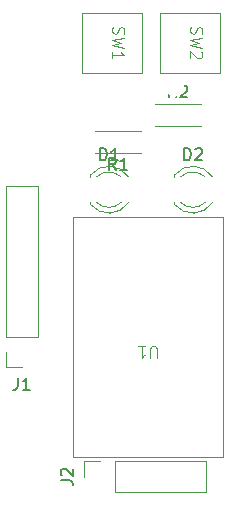
<source format=gbr>
%TF.GenerationSoftware,KiCad,Pcbnew,8.0.5*%
%TF.CreationDate,2024-10-30T18:10:09+09:00*%
%TF.ProjectId,BD,42442e6b-6963-4616-945f-706362585858,rev?*%
%TF.SameCoordinates,Original*%
%TF.FileFunction,Legend,Top*%
%TF.FilePolarity,Positive*%
%FSLAX46Y46*%
G04 Gerber Fmt 4.6, Leading zero omitted, Abs format (unit mm)*
G04 Created by KiCad (PCBNEW 8.0.5) date 2024-10-30 18:10:09*
%MOMM*%
%LPD*%
G01*
G04 APERTURE LIST*
G04 Aperture macros list*
%AMRoundRect*
0 Rectangle with rounded corners*
0 $1 Rounding radius*
0 $2 $3 $4 $5 $6 $7 $8 $9 X,Y pos of 4 corners*
0 Add a 4 corners polygon primitive as box body*
4,1,4,$2,$3,$4,$5,$6,$7,$8,$9,$2,$3,0*
0 Add four circle primitives for the rounded corners*
1,1,$1+$1,$2,$3*
1,1,$1+$1,$4,$5*
1,1,$1+$1,$6,$7*
1,1,$1+$1,$8,$9*
0 Add four rect primitives between the rounded corners*
20,1,$1+$1,$2,$3,$4,$5,0*
20,1,$1+$1,$4,$5,$6,$7,0*
20,1,$1+$1,$6,$7,$8,$9,0*
20,1,$1+$1,$8,$9,$2,$3,0*%
G04 Aperture macros list end*
%ADD10C,0.150000*%
%ADD11C,0.100000*%
%ADD12C,0.120000*%
%ADD13C,1.400000*%
%ADD14O,1.400000X1.400000*%
%ADD15R,1.700000X1.700000*%
%ADD16O,1.700000X1.700000*%
%ADD17R,1.800000X1.800000*%
%ADD18C,1.800000*%
%ADD19C,1.524000*%
%ADD20R,3.500000X3.500000*%
%ADD21RoundRect,0.750000X-1.000000X0.750000X-1.000000X-0.750000X1.000000X-0.750000X1.000000X0.750000X0*%
%ADD22RoundRect,0.875000X-0.875000X0.875000X-0.875000X-0.875000X0.875000X-0.875000X0.875000X0.875000X0*%
%ADD23R,1.600000X1.600000*%
%ADD24O,1.600000X1.600000*%
G04 APERTURE END LIST*
D10*
X39144833Y-45874819D02*
X38811500Y-45398628D01*
X38573405Y-45874819D02*
X38573405Y-44874819D01*
X38573405Y-44874819D02*
X38954357Y-44874819D01*
X38954357Y-44874819D02*
X39049595Y-44922438D01*
X39049595Y-44922438D02*
X39097214Y-44970057D01*
X39097214Y-44970057D02*
X39144833Y-45065295D01*
X39144833Y-45065295D02*
X39144833Y-45208152D01*
X39144833Y-45208152D02*
X39097214Y-45303390D01*
X39097214Y-45303390D02*
X39049595Y-45351009D01*
X39049595Y-45351009D02*
X38954357Y-45398628D01*
X38954357Y-45398628D02*
X38573405Y-45398628D01*
X39525786Y-44970057D02*
X39573405Y-44922438D01*
X39573405Y-44922438D02*
X39668643Y-44874819D01*
X39668643Y-44874819D02*
X39906738Y-44874819D01*
X39906738Y-44874819D02*
X40001976Y-44922438D01*
X40001976Y-44922438D02*
X40049595Y-44970057D01*
X40049595Y-44970057D02*
X40097214Y-45065295D01*
X40097214Y-45065295D02*
X40097214Y-45160533D01*
X40097214Y-45160533D02*
X40049595Y-45303390D01*
X40049595Y-45303390D02*
X39478167Y-45874819D01*
X39478167Y-45874819D02*
X40097214Y-45874819D01*
X29402319Y-78311333D02*
X30116604Y-78311333D01*
X30116604Y-78311333D02*
X30259461Y-78358952D01*
X30259461Y-78358952D02*
X30354700Y-78454190D01*
X30354700Y-78454190D02*
X30402319Y-78597047D01*
X30402319Y-78597047D02*
X30402319Y-78692285D01*
X29497557Y-77882761D02*
X29449938Y-77835142D01*
X29449938Y-77835142D02*
X29402319Y-77739904D01*
X29402319Y-77739904D02*
X29402319Y-77501809D01*
X29402319Y-77501809D02*
X29449938Y-77406571D01*
X29449938Y-77406571D02*
X29497557Y-77358952D01*
X29497557Y-77358952D02*
X29592795Y-77311333D01*
X29592795Y-77311333D02*
X29688033Y-77311333D01*
X29688033Y-77311333D02*
X29830890Y-77358952D01*
X29830890Y-77358952D02*
X30402319Y-77930380D01*
X30402319Y-77930380D02*
X30402319Y-77311333D01*
X32726405Y-51184819D02*
X32726405Y-50184819D01*
X32726405Y-50184819D02*
X32964500Y-50184819D01*
X32964500Y-50184819D02*
X33107357Y-50232438D01*
X33107357Y-50232438D02*
X33202595Y-50327676D01*
X33202595Y-50327676D02*
X33250214Y-50422914D01*
X33250214Y-50422914D02*
X33297833Y-50613390D01*
X33297833Y-50613390D02*
X33297833Y-50756247D01*
X33297833Y-50756247D02*
X33250214Y-50946723D01*
X33250214Y-50946723D02*
X33202595Y-51041961D01*
X33202595Y-51041961D02*
X33107357Y-51137200D01*
X33107357Y-51137200D02*
X32964500Y-51184819D01*
X32964500Y-51184819D02*
X32726405Y-51184819D01*
X34250214Y-51184819D02*
X33678786Y-51184819D01*
X33964500Y-51184819D02*
X33964500Y-50184819D01*
X33964500Y-50184819D02*
X33869262Y-50327676D01*
X33869262Y-50327676D02*
X33774024Y-50422914D01*
X33774024Y-50422914D02*
X33678786Y-50470533D01*
D11*
X33813700Y-39910667D02*
X33766080Y-40053524D01*
X33766080Y-40053524D02*
X33766080Y-40291619D01*
X33766080Y-40291619D02*
X33813700Y-40386857D01*
X33813700Y-40386857D02*
X33861319Y-40434476D01*
X33861319Y-40434476D02*
X33956557Y-40482095D01*
X33956557Y-40482095D02*
X34051795Y-40482095D01*
X34051795Y-40482095D02*
X34147033Y-40434476D01*
X34147033Y-40434476D02*
X34194652Y-40386857D01*
X34194652Y-40386857D02*
X34242271Y-40291619D01*
X34242271Y-40291619D02*
X34289890Y-40101143D01*
X34289890Y-40101143D02*
X34337509Y-40005905D01*
X34337509Y-40005905D02*
X34385128Y-39958286D01*
X34385128Y-39958286D02*
X34480366Y-39910667D01*
X34480366Y-39910667D02*
X34575604Y-39910667D01*
X34575604Y-39910667D02*
X34670842Y-39958286D01*
X34670842Y-39958286D02*
X34718461Y-40005905D01*
X34718461Y-40005905D02*
X34766080Y-40101143D01*
X34766080Y-40101143D02*
X34766080Y-40339238D01*
X34766080Y-40339238D02*
X34718461Y-40482095D01*
X34766080Y-40815429D02*
X33766080Y-41053524D01*
X33766080Y-41053524D02*
X34480366Y-41244000D01*
X34480366Y-41244000D02*
X33766080Y-41434476D01*
X33766080Y-41434476D02*
X34766080Y-41672572D01*
X33766080Y-42577333D02*
X33766080Y-42005905D01*
X33766080Y-42291619D02*
X34766080Y-42291619D01*
X34766080Y-42291619D02*
X34623223Y-42196381D01*
X34623223Y-42196381D02*
X34527985Y-42101143D01*
X34527985Y-42101143D02*
X34480366Y-42005905D01*
D10*
X34064833Y-52000819D02*
X33731500Y-51524628D01*
X33493405Y-52000819D02*
X33493405Y-51000819D01*
X33493405Y-51000819D02*
X33874357Y-51000819D01*
X33874357Y-51000819D02*
X33969595Y-51048438D01*
X33969595Y-51048438D02*
X34017214Y-51096057D01*
X34017214Y-51096057D02*
X34064833Y-51191295D01*
X34064833Y-51191295D02*
X34064833Y-51334152D01*
X34064833Y-51334152D02*
X34017214Y-51429390D01*
X34017214Y-51429390D02*
X33969595Y-51477009D01*
X33969595Y-51477009D02*
X33874357Y-51524628D01*
X33874357Y-51524628D02*
X33493405Y-51524628D01*
X35017214Y-52000819D02*
X34445786Y-52000819D01*
X34731500Y-52000819D02*
X34731500Y-51000819D01*
X34731500Y-51000819D02*
X34636262Y-51143676D01*
X34636262Y-51143676D02*
X34541024Y-51238914D01*
X34541024Y-51238914D02*
X34445786Y-51286533D01*
D11*
X37533404Y-67948580D02*
X37533404Y-67139057D01*
X37533404Y-67139057D02*
X37485785Y-67043819D01*
X37485785Y-67043819D02*
X37438166Y-66996200D01*
X37438166Y-66996200D02*
X37342928Y-66948580D01*
X37342928Y-66948580D02*
X37152452Y-66948580D01*
X37152452Y-66948580D02*
X37057214Y-66996200D01*
X37057214Y-66996200D02*
X37009595Y-67043819D01*
X37009595Y-67043819D02*
X36961976Y-67139057D01*
X36961976Y-67139057D02*
X36961976Y-67948580D01*
X35961976Y-66948580D02*
X36533404Y-66948580D01*
X36247690Y-66948580D02*
X36247690Y-67948580D01*
X36247690Y-67948580D02*
X36342928Y-67805723D01*
X36342928Y-67805723D02*
X36438166Y-67710485D01*
X36438166Y-67710485D02*
X36533404Y-67662866D01*
X40417700Y-39910667D02*
X40370080Y-40053524D01*
X40370080Y-40053524D02*
X40370080Y-40291619D01*
X40370080Y-40291619D02*
X40417700Y-40386857D01*
X40417700Y-40386857D02*
X40465319Y-40434476D01*
X40465319Y-40434476D02*
X40560557Y-40482095D01*
X40560557Y-40482095D02*
X40655795Y-40482095D01*
X40655795Y-40482095D02*
X40751033Y-40434476D01*
X40751033Y-40434476D02*
X40798652Y-40386857D01*
X40798652Y-40386857D02*
X40846271Y-40291619D01*
X40846271Y-40291619D02*
X40893890Y-40101143D01*
X40893890Y-40101143D02*
X40941509Y-40005905D01*
X40941509Y-40005905D02*
X40989128Y-39958286D01*
X40989128Y-39958286D02*
X41084366Y-39910667D01*
X41084366Y-39910667D02*
X41179604Y-39910667D01*
X41179604Y-39910667D02*
X41274842Y-39958286D01*
X41274842Y-39958286D02*
X41322461Y-40005905D01*
X41322461Y-40005905D02*
X41370080Y-40101143D01*
X41370080Y-40101143D02*
X41370080Y-40339238D01*
X41370080Y-40339238D02*
X41322461Y-40482095D01*
X41370080Y-40815429D02*
X40370080Y-41053524D01*
X40370080Y-41053524D02*
X41084366Y-41244000D01*
X41084366Y-41244000D02*
X40370080Y-41434476D01*
X40370080Y-41434476D02*
X41370080Y-41672572D01*
X41274842Y-42005905D02*
X41322461Y-42053524D01*
X41322461Y-42053524D02*
X41370080Y-42148762D01*
X41370080Y-42148762D02*
X41370080Y-42386857D01*
X41370080Y-42386857D02*
X41322461Y-42482095D01*
X41322461Y-42482095D02*
X41274842Y-42529714D01*
X41274842Y-42529714D02*
X41179604Y-42577333D01*
X41179604Y-42577333D02*
X41084366Y-42577333D01*
X41084366Y-42577333D02*
X40941509Y-42529714D01*
X40941509Y-42529714D02*
X40370080Y-41958286D01*
X40370080Y-41958286D02*
X40370080Y-42577333D01*
D10*
X39838405Y-51184819D02*
X39838405Y-50184819D01*
X39838405Y-50184819D02*
X40076500Y-50184819D01*
X40076500Y-50184819D02*
X40219357Y-50232438D01*
X40219357Y-50232438D02*
X40314595Y-50327676D01*
X40314595Y-50327676D02*
X40362214Y-50422914D01*
X40362214Y-50422914D02*
X40409833Y-50613390D01*
X40409833Y-50613390D02*
X40409833Y-50756247D01*
X40409833Y-50756247D02*
X40362214Y-50946723D01*
X40362214Y-50946723D02*
X40314595Y-51041961D01*
X40314595Y-51041961D02*
X40219357Y-51137200D01*
X40219357Y-51137200D02*
X40076500Y-51184819D01*
X40076500Y-51184819D02*
X39838405Y-51184819D01*
X40790786Y-50280057D02*
X40838405Y-50232438D01*
X40838405Y-50232438D02*
X40933643Y-50184819D01*
X40933643Y-50184819D02*
X41171738Y-50184819D01*
X41171738Y-50184819D02*
X41266976Y-50232438D01*
X41266976Y-50232438D02*
X41314595Y-50280057D01*
X41314595Y-50280057D02*
X41362214Y-50375295D01*
X41362214Y-50375295D02*
X41362214Y-50470533D01*
X41362214Y-50470533D02*
X41314595Y-50613390D01*
X41314595Y-50613390D02*
X40743167Y-51184819D01*
X40743167Y-51184819D02*
X41362214Y-51184819D01*
X25770166Y-69630819D02*
X25770166Y-70345104D01*
X25770166Y-70345104D02*
X25722547Y-70487961D01*
X25722547Y-70487961D02*
X25627309Y-70583200D01*
X25627309Y-70583200D02*
X25484452Y-70630819D01*
X25484452Y-70630819D02*
X25389214Y-70630819D01*
X26770166Y-70630819D02*
X26198738Y-70630819D01*
X26484452Y-70630819D02*
X26484452Y-69630819D01*
X26484452Y-69630819D02*
X26389214Y-69773676D01*
X26389214Y-69773676D02*
X26293976Y-69868914D01*
X26293976Y-69868914D02*
X26198738Y-69916533D01*
D12*
%TO.C,R2*%
X37391500Y-46420000D02*
X41231500Y-46420000D01*
X37391500Y-48260000D02*
X41231500Y-48260000D01*
%TO.C,J2*%
X31387500Y-76648000D02*
X32717500Y-76648000D01*
X31387500Y-77978000D02*
X31387500Y-76648000D01*
X33987500Y-76648000D02*
X41667500Y-76648000D01*
X33987500Y-79308000D02*
X33987500Y-76648000D01*
X33987500Y-79308000D02*
X41667500Y-79308000D01*
X41667500Y-79308000D02*
X41667500Y-76648000D01*
%TO.C,D1*%
X31904500Y-52454000D02*
X31904500Y-52610000D01*
X31904500Y-54770000D02*
X31904500Y-54926000D01*
X31904500Y-52454484D02*
G75*
G02*
X35136835Y-52611392I1560000J-1235516D01*
G01*
X32423539Y-52610000D02*
G75*
G02*
X34505630Y-52610163I1040961J-1080000D01*
G01*
X34505630Y-54769837D02*
G75*
G02*
X32423539Y-54770000I-1041130J1079837D01*
G01*
X35136835Y-54768608D02*
G75*
G02*
X31904500Y-54925516I-1672335J1078608D01*
G01*
%TO.C,SW1*%
D11*
X36263500Y-38704000D02*
X31183500Y-38704000D01*
X31183500Y-43784000D01*
X36263500Y-43784000D01*
X36263500Y-38704000D01*
D12*
%TO.C,R1*%
X36151500Y-48706000D02*
X32311500Y-48706000D01*
X36151500Y-50546000D02*
X32311500Y-50546000D01*
%TO.C,U1*%
D11*
X43121500Y-76296000D02*
X30421500Y-76296000D01*
X30421500Y-55976000D01*
X43121500Y-55976000D01*
X43121500Y-76296000D01*
%TO.C,SW2*%
X42867500Y-38704000D02*
X37787500Y-38704000D01*
X37787500Y-43784000D01*
X42867500Y-43784000D01*
X42867500Y-38704000D01*
D12*
%TO.C,D2*%
X39016500Y-52454000D02*
X39016500Y-52610000D01*
X39016500Y-54770000D02*
X39016500Y-54926000D01*
X39016500Y-52454484D02*
G75*
G02*
X42248835Y-52611392I1560000J-1235516D01*
G01*
X39535539Y-52610000D02*
G75*
G02*
X41617630Y-52610163I1040961J-1080000D01*
G01*
X41617630Y-54769837D02*
G75*
G02*
X39535539Y-54770000I-1041130J1079837D01*
G01*
X42248835Y-54768608D02*
G75*
G02*
X39016500Y-54925516I-1672335J1078608D01*
G01*
%TO.C,J1*%
X24773500Y-66136000D02*
X24773500Y-53376000D01*
X24773500Y-68736000D02*
X24773500Y-67406000D01*
X26103500Y-68736000D02*
X24773500Y-68736000D01*
X27433500Y-53376000D02*
X24773500Y-53376000D01*
X27433500Y-66136000D02*
X24773500Y-66136000D01*
X27433500Y-66136000D02*
X27433500Y-53376000D01*
%TD*%
%LPC*%
D13*
%TO.C,R2*%
X36771500Y-47340000D03*
D14*
X41851500Y-47340000D03*
%TD*%
D15*
%TO.C,J2*%
X32717500Y-77978000D03*
D16*
X35257500Y-77978000D03*
X37797500Y-77978000D03*
X40337500Y-77978000D03*
%TD*%
D17*
%TO.C,D1*%
X32194500Y-53690000D03*
D18*
X34734500Y-53690000D03*
%TD*%
D19*
%TO.C,SW1*%
X32453500Y-45054000D03*
X34993500Y-45054000D03*
X34993500Y-37434000D03*
X32453500Y-37434000D03*
%TD*%
D13*
%TO.C,R1*%
X36771500Y-49626000D03*
D14*
X31691500Y-49626000D03*
%TD*%
D19*
%TO.C,U1*%
X41851500Y-75026000D03*
X41851500Y-72486000D03*
X41851500Y-69946000D03*
X41851500Y-67406000D03*
X41851500Y-64866000D03*
X41851500Y-62326000D03*
X41851500Y-59786000D03*
X41851500Y-57246000D03*
X31691500Y-57246000D03*
X31691500Y-59786000D03*
X31691500Y-62326000D03*
X31691500Y-64866000D03*
X31691500Y-67406000D03*
X31691500Y-69946000D03*
X31691500Y-72486000D03*
X31691500Y-75026000D03*
%TD*%
%TO.C,SW2*%
X41597500Y-45054000D03*
X39057500Y-45054000D03*
X41597500Y-37434000D03*
X39057500Y-37434000D03*
%TD*%
D17*
%TO.C,D2*%
X39306500Y-53690000D03*
D18*
X41846500Y-53690000D03*
%TD*%
D15*
%TO.C,J1*%
X26103500Y-67406000D03*
D16*
X26103500Y-64866000D03*
X26103500Y-62326000D03*
X26103500Y-59786000D03*
X26103500Y-57246000D03*
X26103500Y-54706000D03*
%TD*%
D20*
%TO.C,J4*%
X36830000Y-30480000D03*
D21*
X36830000Y-24480000D03*
D22*
X41530000Y-27480000D03*
%TD*%
D23*
%TO.C,A1*%
X44391500Y-39466000D03*
D24*
X44391500Y-42006000D03*
X44391500Y-44546000D03*
X44391500Y-47086000D03*
X44391500Y-49626000D03*
X44391500Y-52166000D03*
X44391500Y-54706000D03*
X44391500Y-57246000D03*
X44391500Y-59786000D03*
X44391500Y-62326000D03*
X44391500Y-64866000D03*
X44391500Y-67406000D03*
X44391500Y-69946000D03*
X44391500Y-72486000D03*
X44391500Y-75026000D03*
X29151500Y-75026000D03*
X29151500Y-72486000D03*
X29151500Y-69946000D03*
X29151500Y-67406000D03*
X29151500Y-64866000D03*
X29151500Y-62326000D03*
X29151500Y-59786000D03*
X29151500Y-57246000D03*
X29151500Y-54706000D03*
X29151500Y-52166000D03*
X29151500Y-49626000D03*
X29151500Y-47086000D03*
X29151500Y-44546000D03*
X29151500Y-42006000D03*
X29151500Y-39466000D03*
%TD*%
%LPD*%
M02*

</source>
